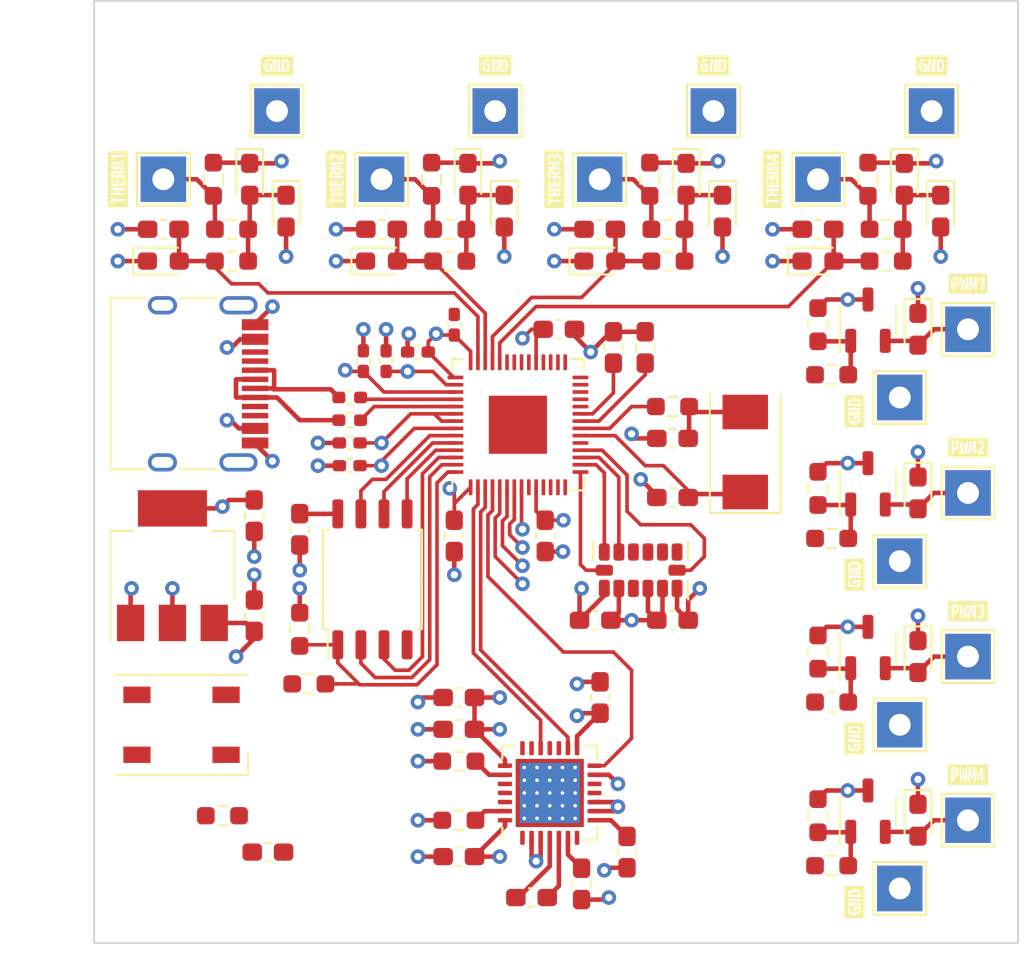
<source format=kicad_pcb>
(kicad_pcb (version 20211014) (generator pcbnew)
  (layers (0 "F.Cu" signal) (31 "B.Cu" signal) (34 "B.Paste" user) (35 "F.Paste" user) (36 "B.SilkS" user "B.Silkscreen") (37 "F.SilkS" user "F.Silkscreen") (38 "B.Mask" user) (39 "F.Mask" user) (44 "Edge.Cuts" user))
  (net 0 "")
  (net 1 "Net-(Q1-Pad1)")
  (net 2 "GND")
  (net 3 "Net-(Q2-Pad1)")
  (net 4 "Net-(Q3-Pad1)")
  (net 5 "+3V3")
  (net 9 "/Motor Driver/DIR")
  (net 10 "/Motor Driver/STEP")
  (net 11 "/Motor Driver/UART")
  (net 12 "/MOSFET Driver/INPUT")
  (net 13 "/MOSFET Driver1/INPUT")
  (net 14 "/MOSFET Driver2/INPUT")
  (net 21 "+1V1")
  (net 35 "/Thermistor3/TH_MCU")
  (net 36 "/Thermistor2/TH_MCU")
  (net 37 "/Thermistor1/TH_MCU")
  (net 38 "/Thermistor/TH_MCU")
  (net 39 "/VBUS")
  (net 42 "/USB_DM")
  (net 43 "/USB_DP")
  (net 46 "Net-(J3-Pad4)")
  (net 47 "Net-(C9-Pad1)")
  (net 48 "Net-(C9-Pad2)")
  (net 49 "Net-(C7-Pad2)")
  (net 51 "Net-(C10-Pad1)")
  (net 54 "Net-(J3-Pad1)")
  (net 55 "+24V")
  (net 56 "Net-(R2-Pad1)")
  (net 57 "Net-(J3-Pad2)")
  (net 58 "Net-(J3-Pad3)")
  (net 59 "Net-(R3-Pad1)")
  (net 60 "Net-(R5-Pad1)")
  (net 61 "Net-(D3-Pad1)")
  (net 62 "Net-(R8-Pad1)")
  (net 63 "Net-(D6-Pad1)")
  (net 64 "Net-(R11-Pad1)")
  (net 65 "Net-(D10-Pad2)")
  (net 66 "Net-(R14-Pad1)")
  (net 67 "Net-(D12-Pad1)")
  (net 68 "Net-(J1-Pad1)")
  (net 69 "Net-(D14-Pad2)")
  (net 70 "Net-(D15-Pad2)")
  (net 71 "Net-(D16-Pad2)")
  (net 72 "Net-(D17-Pad2)")
  (net 73 "Net-(Q4-Pad1)")
  (net 74 "/MOSFET Driver3/INPUT")
  (net 79 "Net-(R26-Pad1)")
  (net 80 "/QSPI_SS")
  (net 81 "/QSPI_SD3")
  (net 82 "/QSPI_SCLK")
  (net 83 "/QSPI_SD0")
  (net 84 "/QSPI_SD2")
  (net 85 "/QSPI_SD1")
  (net 87 "/ADXL/CS")
  (net 90 "/ADXL/SDO")
  (net 91 "/ADXL/SDA")
  (net 92 "/ADXL/SCL")
  (net 93 "/Oscillator/XIN")
  (net 94 "Net-(C30-Pad2)")
  (net 95 "/Oscillator/XOUT")
  (net 98 "Net-(R24-Pad2)")
  (net 99 "Net-(R25-Pad1)")
  (footprint "Diode_SMD:D_0603_1608Metric_Pad1.05x0.95mm_HandSolder" (layer "F.Cu") (at 16 26.5)
    (fp_text reference "D2" hide)
    (fp_text value "D_TVS")
  )
  (footprint "Capacitor_SMD:C_0603_1608Metric_Pad1.08x0.95mm_HandSolder" (layer "F.Cu") (at 32.25 59.25 180)
    (fp_text reference "C6" hide)
    (fp_text value "100n")
  )
  (footprint "TestPoint:TestPoint_THTPad_2.5x2.5mm_Drill1.2mm" (layer "F.Cu") (at 40 22 -90)
    (fp_text reference "TP5" hide)
    (fp_text value "TestPoint")
  )
  (footprint "Diode_SMD:D_0603_1608Metric_Pad1.05x0.95mm_HandSolder" (layer "F.Cu") (at 58.75 23.75 -90)
    (fp_text reference "D12" hide)
    (fp_text value "D_Small")
  )
  (footprint "Package_SO:SOIC-8_5.23x5.23mm_P1.27mm" (layer "F.Cu") (at 27.5 44 90)
    (fp_text reference "U5" hide)
    (fp_text value "W25Q128JVS")
  )
  (footprint "Package_TO_SOT_SMD:SOT-23-3" (layer "F.Cu") (at 54.75 38.75 90)
    (fp_text reference "Q2" hide)
    (fp_text value "LND150")
  )
  (footprint "Capacitor_SMD:C_0603_1608Metric_Pad1.08x0.95mm_HandSolder" (layer "F.Cu") (at 36.25 61.5)
    (fp_text reference "C9" hide)
    (fp_text value "2u2 6V3")
  )
  (footprint "Resistor_SMD:R_0603_1608Metric_Pad0.98x0.95mm_HandSolder" (layer "F.Cu") (at 19.75 26.5 180)
    (fp_text reference "R4" hide)
    (fp_text value "2k37")
  )
  (footprint "Capacitor_SMD:C_0603_1608Metric_Pad1.08x0.95mm_HandSolder" (layer "F.Cu") (at 40 24.75)
    (fp_text reference "C13" hide)
    (fp_text value "0u1")
  )
  (footprint "Resistor_SMD:R_0603_1608Metric_Pad0.98x0.95mm_HandSolder" (layer "F.Cu") (at 55.75 26.5 180)
    (fp_text reference "R13" hide)
    (fp_text value "2k37")
  )
  (footprint "Resistor_SMD:R_0603_1608Metric_Pad0.98x0.95mm_HandSolder" (layer "F.Cu") (at 24 49.75)
    (fp_text reference "R26" hide)
    (fp_text value "1k")
  )
  (footprint "Resistor_SMD:R_0603_1608Metric_Pad0.98x0.95mm_HandSolder" (layer "F.Cu") (at 55.75 24.75)
    (fp_text reference "R14" hide)
    (fp_text value "2k37")
  )
  (footprint "Resistor_SMD:R_0603_1608Metric_Pad0.98x0.95mm_HandSolder" (layer "F.Cu") (at 54.75 22 -90)
    (fp_text reference "R15" hide)
    (fp_text value "4k7")
  )
  (footprint "TestPoint:TestPoint_THTPad_2.5x2.5mm_Drill1.2mm" (layer "F.Cu") (at 58.25 18.25 90)
    (fp_text reference "TP8" hide)
    (fp_text value "TestPoint")
  )
  (footprint "Diode_SMD:D_0603_1608Metric_Pad1.05x0.95mm_HandSolder" (layer "F.Cu") (at 57.5 57.25 -90)
    (fp_text reference "D17" hide)
    (fp_text value "D_Small")
  )
  (footprint "TestPoint:TestPoint_THTPad_2.5x2.5mm_Drill1.2mm" (layer "F.Cu") (at 60.25 48.25 90)
    (fp_text reference "TP13" hide)
    (fp_text value "TestPoint")
  )
  (footprint "Capacitor_SMD:C_0603_1608Metric_Pad1.08x0.95mm_HandSolder" (layer "F.Cu") (at 41.5 59 -90)
    (fp_text reference "C10" hide)
    (fp_text value "2u2 6V3")
  )
  (footprint "Diode_SMD:D_0603_1608Metric_Pad1.05x0.95mm_HandSolder" (layer "F.Cu") (at 40 26.5)
    (fp_text reference "D8" hide)
    (fp_text value "D_TVS")
  )
  (footprint "Capacitor_SMD:C_0603_1608Metric_Pad1.08x0.95mm_HandSolder" (layer "F.Cu") (at 21 40.5 -90)
    (fp_text reference "C27" hide)
    (fp_text value "10u")
  )
  (footprint "Capacitor_SMD:C_0603_1608Metric_Pad1.08x0.95mm_HandSolder" (layer "F.Cu") (at 44 46.25 180)
    (fp_text reference "C3" hide)
    (fp_text value "1u")
  )
  (footprint "MountingHole:MountingHole_3.2mm_M3" (layer "F.Cu") (at 16.5 16.5)
    (fp_text reference "REF**" hide)
    (fp_text value "MountingHole_3.2mm_M3")
  )
  (footprint "Capacitor_SMD:C_0603_1608Metric_Pad1.08x0.95mm_HandSolder" (layer "F.Cu") (at 40.75 31.25 90)
    (fp_text reference "C15" hide)
    (fp_text value "100n")
  )
  (footprint "TestPoint:TestPoint_THTPad_2.5x2.5mm_Drill1.2mm" (layer "F.Cu") (at 60.25 30.25 90)
    (fp_text reference "TP9" hide)
    (fp_text value "TestPoint")
  )
  (footprint "Resistor_SMD:R_0603_1608Metric_Pad0.98x0.95mm_HandSolder" (layer "F.Cu") (at 43.75 24.75)
    (fp_text reference "R11" hide)
    (fp_text value "2k37")
  )
  (footprint "Diode_SMD:D_0603_1608Metric_Pad1.05x0.95mm_HandSolder" (layer "F.Cu") (at 46.75 23.75 -90)
    (fp_text reference "D9" hide)
    (fp_text value "D_Small")
  )
  (footprint "Capacitor_SMD:C_0402_1005Metric_Pad0.74x0.62mm_HandSolder" (layer "F.Cu") (at 30 31.5 180)
    (fp_text reference "C24" hide)
    (fp_text value "100n")
  )
  (footprint "TestPoint:TestPoint_THTPad_2.5x2.5mm_Drill1.2mm" (layer "F.Cu") (at 56.5 61 90)
    (fp_text reference "TP16" hide)
    (fp_text value "TestPoint")
  )
  (footprint "Capacitor_SMD:C_0603_1608Metric_Pad1.08x0.95mm_HandSolder" (layer "F.Cu") (at 23.5 41.25 -90)
    (fp_text reference "C28" hide)
    (fp_text value "100n")
  )
  (footprint "Resistor_SMD:R_0603_1608Metric_Pad0.98x0.95mm_HandSolder" (layer "F.Cu") (at 44 34.5 180)
    (fp_text reference "R28" hide)
    (fp_text value "1k")
  )
  (footprint "Diode_SMD:D_0603_1608Metric_Pad1.05x0.95mm_HandSolder" (layer "F.Cu") (at 57.5 39.25 -90)
    (fp_text reference "D15" hide)
    (fp_text value "D_Small")
  )
  (footprint "TestPoint:TestPoint_THTPad_2.5x2.5mm_Drill1.2mm" (layer "F.Cu") (at 34.25 18.25 90)
    (fp_text reference "TP4" hide)
    (fp_text value "TestPoint")
  )
  (footprint "Capacitor_SMD:C_0603_1608Metric_Pad1.08x0.95mm_HandSolder" (layer "F.Cu") (at 37.75 30.25)
    (fp_text reference "C21" hide)
    (fp_text value "100n")
  )
  (footprint "Diode_SMD:D_0603_1608Metric_Pad1.05x0.95mm_HandSolder" (layer "F.Cu") (at 44.75 22 -90)
    (fp_text reference "D10" hide)
    (fp_text value "D_Small")
  )
  (footprint "TestPoint:TestPoint_THTPad_2.5x2.5mm_Drill1.2mm" (layer "F.Cu") (at 56.5 43 90)
    (fp_text reference "TP12" hide)
    (fp_text value "TestPoint")
  )
  (footprint "Resistor_SMD:R_0603_1608Metric_Pad0.98x0.95mm_HandSolder" (layer "F.Cu") (at 52.75 50.75)
    (fp_text reference "R20" hide)
    (fp_text value "10")
  )
  (footprint "Diode_SMD:D_0603_1608Metric_Pad1.05x0.95mm_HandSolder" (layer "F.Cu") (at 20.75 22 -90)
    (fp_text reference "D4" hide)
    (fp_text value "D_Small")
  )
  (footprint "Resistor_SMD:R_0603_1608Metric_Pad0.98x0.95mm_HandSolder" (layer "F.Cu") (at 19.75 24.75)
    (fp_text reference "R5" hide)
    (fp_text value "2k37")
  )
  (footprint "Diode_SMD:D_0603_1608Metric_Pad1.05x0.95mm_HandSolder" (layer "F.Cu") (at 32.75 22 -90)
    (fp_text reference "D7" hide)
    (fp_text value "D_Small")
  )
  (footprint "Capacitor_SMD:C_0603_1608Metric_Pad1.08x0.95mm_HandSolder" (layer "F.Cu") (at 32.25 50.5 180)
    (fp_text reference "C4" hide)
    (fp_text value "100u")
  )
  (footprint "Resistor_SMD:R_0603_1608Metric_Pad0.98x0.95mm_HandSolder" (layer "F.Cu") (at 52.75 59.75)
    (fp_text reference "R22" hide)
    (fp_text value "10")
  )
  (footprint "TestPoint:TestPoint_THTPad_2.5x2.5mm_Drill1.2mm" (layer "F.Cu") (at 46.25 18.25 90)
    (fp_text reference "TP6" hide)
    (fp_text value "TestPoint")
  )
  (footprint "kibuzzard-64D9AF4B" (layer "F.Cu") (at 58.25 15.75)
    (fp_text reference "kibuzzard-64D9AF4B" hide)
    (fp_text value "G***" hide)
  )
  (footprint "Resistor_SMD:R_0603_1608Metric_Pad0.98x0.95mm_HandSolder" (layer "F.Cu") (at 52 39 -90)
    (fp_text reference "R19" hide)
    (fp_text value "100k")
  )
  (footprint "MountingHole:MountingHole_3.2mm_M3" (layer "F.Cu") (at 40.5 16.5)
    (fp_text reference "REF**" hide)
    (fp_text value "MountingHole_3.2mm_M3")
  )
  (footprint "Resistor_SMD:R_0603_1608Metric_Pad0.98x0.95mm_HandSolder" (layer "F.Cu") (at 52 48 -90)
    (fp_text reference "R21" hide)
    (fp_text value "100k")
  )
  (footprint "Capacitor_SMD:C_0402_1005Metric_Pad0.74x0.62mm_HandSolder" (layer "F.Cu") (at 26.25 37.75 180)
    (fp_text reference "C16" hide)
    (fp_text value "100n")
  )
  (footprint "Capacitor_SMD:C_0603_1608Metric_Pad1.08x0.95mm_HandSolder" (layer "F.Cu") (at 21.75 59)
    (fp_text reference "C1" hide)
    (fp_text value "C_Small")
  )
  (footprint "Capacitor_SMD:C_0603_1608Metric_Pad1.08x0.95mm_HandSolder" (layer "F.Cu") (at 32 41.6125 -90)
    (fp_text reference "C25" hide)
    (fp_text value "100n")
  )
  (footprint "Package_TO_SOT_SMD:SOT-223-3_TabPin2" (layer "F.Cu") (at 16.5 43.25 90)
    (fp_text reference "U4" hide)
    (fp_text value "AP1117-33")
  )
  (footprint "Resistor_SMD:R_0603_1608Metric_Pad0.98x0.95mm_HandSolder" (layer "F.Cu") (at 31.75 24.75)
    (fp_text reference "R8" hide)
    (fp_text value "2k37")
  )
  (footprint "Capacitor_SMD:C_0402_1005Metric_Pad0.74x0.62mm_HandSolder" (layer "F.Cu") (at 32 30 90)
    (fp_text reference "C18" hide)
    (fp_text value "100n")
  )
  (footprint "kibuzzard-64D9D5F2" (layer "F.Cu") (at 54 52.75 90)
    (fp_text reference "kibuzzard-64D9D5F2" hide)
    (fp_text value "G***" hide)
  )
  (footprint "kibuzzard-64D9AE25" (layer "F.Cu") (at 13.5 22 90)
    (fp_text reference "kibuzzard-64D9AE25" hide)
    (fp_text value "G***" hide)
  )
  (footprint "Capacitor_SMD:C_0603_1608Metric_Pad1.08x0.95mm_HandSolder" (layer "F.Cu") (at 32.25 52.25 180)
    (fp_text reference "C5" hide)
    (fp_text value "100n")
  )
  (footprint "TestPoint:TestPoint_THTPad_2.5x2.5mm_Drill1.2mm" (layer "F.Cu") (at 56.5 52 90)
    (fp_text reference "TP14" hide)
    (fp_text value "TestPoint")
  )
  (footprint "Connector_USB:USB_C_Receptacle_HRO_TYPE-C-31-M-12" (layer "F.Cu") (at 17 33.25 -90)
    (fp_text reference "J2" hide)
    (fp_text value "USB_C_Receptacle_USB2.0")
  )
  (footprint "TestPoint:TestPoint_THTPad_2.5x2.5mm_Drill1.2mm" (layer "F.Cu") (at 22.25 18.25 90)
    (fp_text reference "TP2" hide)
    (fp_text value "TestPoint")
  )
  (footprint "Resistor_SMD:R_0402_1005Metric_Pad0.72x0.64mm_HandSolder" (layer "F.Cu") (at 26.25 35.25)
    (fp_text reference "R24" hide)
    (fp_text value "27_4")
  )
  (footprint "LED_SMD:LED_WS2812B_PLCC4_5.0x5.0mm_P3.2mm" (layer "F.Cu") (at 17 52)
    (fp_text reference "D1" hide)
    (fp_text value "WS2812B")
  )
  (footprint "Capacitor_SMD:C_0402_1005Metric_Pad0.74x0.62mm_HandSolder" (layer "F.Cu") (at 28.25 32 90)
    (fp_text reference "C20" hide)
    (fp_text value "1u")
  )
  (footprint "Diode_SMD:D_0603_1608Metric_Pad1.05x0.95mm_HandSolder" (layer "F.Cu") (at 57.5 48.25 -90)
    (fp_text reference "D16" hide)
    (fp_text value "D_Small")
  )
  (footprint "Capacitor_SMD:C_0603_1608Metric_Pad1.08x0.95mm_HandSolder" (layer "F.Cu") (at 44 36.25)
    (fp_text reference "C30" hide)
    (fp_text value "27p")
  )
  (footprint "kibuzzard-64D9D5F2" (layer "F.Cu") (at 54 61.75 90)
    (fp_text reference "kibuzzard-64D9D5F2" hide)
    (fp_text value "G***" hide)
  )
  (footprint "Resistor_SMD:R_0603_1608Metric_Pad0.98x0.95mm_HandSolder" (layer "F.Cu") (at 52.75 32.75)
    (fp_text reference "R16" hide)
    (fp_text value "10")
  )
  (footprint "Resistor_SMD:R_0603_1608Metric_Pad0.98x0.95mm_HandSolder" (layer "F.Cu") (at 23.5 46.75 -90)
    (fp_text reference "R27" hide)
    (fp_text value "10k")
  )
  (footprint "Package_DFN_QFN:QFN-28-1EP_5x5mm_P0.5mm_EP3.75x3.75mm_ThermalVias" (layer "F.Cu") (at 37.25 55.75 90)
    (fp_text reference "U3" hide)
    (fp_text value "TMC2209")
  )
  (footprint "TestPoint:TestPoint_THTPad_2.5x2.5mm_Drill1.2mm" (layer "F.Cu") (at 56.5 34 90)
    (fp_text reference "TP10" hide)
    (fp_text value "TestPoint")
  )
  (footprint "kibuzzard-64D9D5DA" (layer "F.Cu") (at 60.25 54.75)
    (fp_text reference "kibuzzard-64D9D5DA" hide)
    (fp_text value "G***" hide)
  )
  (footprint "kibuzzard-64D9D5F2" (layer "F.Cu") (at 54 43.75 90)
    (fp_text reference "kibuzzard-64D9D5F2" hide)
    (fp_text value "G***" hide)
  )
  (footprint "TestPoint:TestPoint_THTPad_2.5x2.5mm_Drill1.2mm" (layer "F.Cu") (at 28 22 -90)
    (fp_text reference "TP3" hide)
    (fp_text value "TestPoint")
  )
  (footprint "Diode_SMD:D_0603_1608Metric_Pad1.05x0.95mm_HandSolder" (layer "F.Cu") (at 34.75 23.75 -90)
    (fp_text reference "D6" hide)
    (fp_text value "D_Small")
  )
  (footprint "TestPoint:TestPoint_THTPad_2.5x2.5mm_Drill1.2mm" (layer "F.Cu") (at 16 22 -90)
    (fp_text reference "TP1" hide)
    (fp_text value "TestPoint")
  )
  (footprint "Resistor_SMD:R_0603_1608Metric_Pad0.98x0.95mm_HandSolder" (layer "F.Cu") (at 52 57 -90)
    (fp_text reference "R23" hide)
    (fp_text value "100k")
  )
  (footprint "Diode_SMD:D_0603_1608Metric_Pad1.05x0.95mm_HandSolder" (layer "F.Cu") (at 57.5 30.25 -90)
    (fp_text reference "D14" hide)
    (fp_text value "D_Small")
  )
  (footprint "kibuzzard-64D9D5C0" (layer "F.Cu") (at 60.25 36.75)
    (fp_text reference "kibuzzard-64D9D5C0" hide)
    (fp_text value "G***" hide)
  )
  (footprint "kibuzzard-64D9AF4B" (layer "F.Cu") (at 46.25 15.75)
    (fp_text reference "kibuzzard-64D9AF4B" hide)
    (fp_text value "G***" hide)
  )
  (footprint "Capacitor_SMD:C_0603_1608Metric_Pad1.08x0.95mm_HandSolder" (layer "F.Cu") (at 39 60.75 90)
    (fp_text reference "C7" hide)
    (fp_text value "100n 16V")
  )
  (footprint "Package_TO_SOT_SMD:SOT-23-3" (layer "F.Cu") (at 54.75 29.75 90)
    (fp_text reference "Q1" hide)
    (fp_text value "LND150")
  )
  (footprint "Resistor_SMD:R_0603_1608Metric_Pad0.98x0.95mm_HandSolder" (layer "F.Cu") (at 18.75 22 -90)
    (fp_text reference "R6" hide)
    (fp_text value "4k7")
  )
  (footprint "Capacitor_SMD:C_0603_1608Metric_Pad1.08x0.95mm_HandSolder" (layer "F.Cu") (at 37 41.6125 -90)
    (fp_text reference "C23" hide)
    (fp_text value "100n")
  )
  (footprint "TestPoint:TestPoint_THTPad_2.5x2.5mm_Drill1.2mm" (layer "F.Cu") (at 60.25 39.25 90)
    (fp_text reference "TP11" hide)
    (fp_text value "TestPoint")
  )
  (footprint "Resistor_SMD:R_0603_1608Metric_Pad0.98x0.95mm_HandSolder" (layer "F.Cu") (at 32.25 57.25 180)
    (fp_text reference "R3" hide)
    (fp_text value "R_Small")
  )
  (footprint "Capacitor_SMD:C_0603_1608Metric_Pad1.08x0.95mm_HandSolder" (layer "F.Cu") (at 21 46 90)
    (fp_text reference "C26" hide)
    (fp_text value "10u")
  )
  (footprint "Capacitor_SMD:C_0603_1608Metric_Pad1.08x0.95mm_HandSolder" (layer "F.Cu") (at 28 24.75)
    (fp_text reference "C12" hide)
    (fp_text value "0u1")
  )
  (footprint "Capacitor_SMD:C_0603_1608Metric_Pad1.08x0.95mm_HandSolder" (layer "F.Cu") (at 52 24.75)
    (fp_text reference "C14" hide)
    (fp_text value "0u1")
  )
  (footprint "Resistor_SMD:R_0603_1608Metric_Pad0.98x0.95mm_HandSolder" (layer "F.Cu") (at 32.25 54 180)
    (fp_text reference "R2" hide)
    (fp_text value "R_Small")
  )
  (footprint "Diode_SMD:D_0603_1608Metric_Pad1.05x0.95mm_HandSolder" (layer "F.Cu") (at 52 26.5)
    (fp_text reference "D11" hide)
    (fp_text value "D_TVS")
  )
  (footprint "kibuzzard-64D9AE55" (layer "F.Cu") (at 25.5 22 90)
    (fp_text reference "kibuzzard-64D9AE55" hide)
    (fp_text value "G***" hide)
  )
  (footprint "kibuzzard-64D9AE78" (layer "F.Cu") (at 49.5 22 90)
    (fp_text reference "kibuzzard-64D9AE78" hide)
    (fp_text value "G***" hide)
  )
  (footprint "Crystal:Crystal_SMD_0603-2Pin_6.0x3.5mm" (layer "F.Cu") (at 48 37 90)
    (fp_text reference "Y1" hide)
    (fp_text value "Crystal")
  )
  (footprint "Capacitor_SMD:C_0603_1608Metric_Pad1.08x0.95mm_HandSolder" (layer "F.Cu") (at 42.5 31.25 90)
    (fp_text reference "C19" hide)
    (fp_text value "100n")
  )
  (footprint "Resistor_SMD:R_0603_1608Metric_Pad0.98x0.95mm_HandSolder" (layer "F.Cu") (at 42.75 22 -90)
    (fp_text reference "R12" hide)
    (fp_text value "4k7")
  )
  (footprint "Resistor_SMD:R_0603_1608Metric_Pad0.98x0.95mm_HandSolder" (layer "F.Cu") (at 30.75 22 -90)
    (fp_text reference "R9" hide)
    (fp_text value "4k7")
  )
  (footprint "TestPoint:TestPoint_THTPad_2.5x2.5mm_Drill1.2mm" (layer "F.Cu") (at 52 22 -90)
    (fp_text reference "TP7" hide)
    (fp_text value "TestPoint")
  )
  (footprint "MountingHole:MountingHole_3.2mm_M3" (layer "F.Cu") (at 28.5 16.5)
    (fp_text reference "REF**" hide)
    (fp_text value "MountingHole_3.2mm_M3")
  )
  (footprint "Package_TO_SOT_SMD:SOT-23-3" (layer "F.Cu") (at 54.75 56.75 90)
    (fp_text reference "Q4" hide)
    (fp_text value "LND150")
  )
  (footprint "kibuzzard-64D9AF4B" (layer "F.Cu") (at 22.25 15.75)
    (fp_text reference "kibuzzard-64D9AF4B" hide)
    (fp_text value "G***" hide)
  )
  (footprint "Resistor_SMD:R_0603_1608Metric_Pad0.98x0.95mm_HandSolder" (layer "F.Cu") (at 31.75 26.5 180)
    (fp_text reference "R7" hide)
    (fp_text value "2k37")
  )
  (footprint "Package_TO_SOT_SMD:SOT-23-3" (layer "F.Cu") (at 54.75 47.75 90)
    (fp_text reference "Q3" hide)
    (fp_text value "LND150")
  )
  (footprint "MountingHole:MountingHole_3.2mm_M3" (layer "F.Cu") (at 52.5 16.5)
    (fp_text reference "REF**" hide)
    (fp_text value "MountingHole_3.2mm_M3")
  )
  (footprint "kibuzzard-64D9AE6A" (layer "F.Cu") (at 37.5 22 90)
    (fp_text reference "kibuzzard-64D9AE6A" hide)
    (fp_text value "G***" hide)
  )
  (footprint "Package_DFN_QFN:QFN-56-1EP_7x7mm_P0.4mm_EP3.2x3.2mm" (layer "F.Cu") (at 35.5 35.5 90)
    (fp_text reference "U2" hide)
    (fp_text value "RP2040")
  )
  (footprint "Diode_SMD:D_0603_1608Metric_Pad1.05x0.95mm_HandSolder" (layer "F.Cu") (at 56.75 22 -90)
    (fp_text reference "D13" hide)
    (fp_text value "D_Small")
  )
  (footprint "TestPoint:TestPoint_THTPad_2.5x2.5mm_Drill1.2mm" (layer "F.Cu") (at 60.25 57.25 90)
    (fp_text reference "TP15" hide)
    (fp_text value "TestPoint")
  )
  (footprint "Capacitor_SMD:C_0603_1608Metric_Pad1.08x0.95mm_HandSolder" (layer "F.Cu") (at 39.75 46.25)
    (fp_text reference "C2" hide)
    (fp_text value "0u1")
  )
  (footprint "Capacitor_SMD:C_0603_1608Metric_Pad1.08x0.95mm_HandSolder" (layer "F.Cu") (at 16 24.75)
    (fp_text reference "C11" hide)
    (fp_text value "0u1")
  )
  (footprint "Capacitor_SMD:C_0603_1608Metric_Pad1.08x0.95mm_HandSolder" (layer "F.Cu") (at 44 39.5)
    (fp_text reference "C29" hide)
    (fp_text value "27p")
  )
  (footprint "kibuzzard-64D9D5F2" (layer "F.Cu") (at 54 34.75 90)
    (fp_text reference "kibuzzard-64D9D5F2" hide)
    (fp_text value "G***" hide)
  )
  (footprint "Resistor_SMD:R_0402_1005Metric_Pad0.72x0.64mm_HandSolder" (layer "F.Cu") (at 26.25 34 180)
    (fp_text reference "R25" hide)
    (fp_text value "27_4")
  )
  (footprint "Capacitor_SMD:C_0402_1005Metric_Pad0.74x0.62mm_HandSolder" (layer "F.Cu") (at 26.25 36.5 180)
    (fp_text reference "C22" hide)
    (fp_text value "100n")
  )
  (footprint "Capacitor_SMD:C_0603_1608Metric_Pad1.08x0.95mm_HandSolder" (layer "F.Cu") (at 40.02 50.5 90)
    (fp_text reference "C8" hide)
    (fp_text value "100n")
  )
  (footprint "kibuzzard-64D9D5CE" (layer "F.Cu") (at 60.25 45.75)
    (fp_text reference "kibuzzard-64D9D5CE" hide)
    (fp_text value "G***" hide)
  )
  (footprint "Diode_SMD:D_0603_1608Metric_Pad1.05x0.95mm_HandSolder" (layer "F.Cu") (at 28 26.5)
    (fp_text reference "D5" hide)
    (fp_text value "D_TVS")
  )
  (footprint "Resistor_SMD:R_0603_1608Metric_Pad0.98x0.95mm_HandSolder" (layer "F.Cu") (at 19.25 57)
    (fp_text reference "R1" hide)
    (fp_text value "R_Small")
  )
  (footprint "Resistor_SMD:R_0603_1608Metric_Pad0.98x0.95mm_HandSolder" (layer "F.Cu") (at 43.75 26.5 180)
    (fp_text reference "R10" hide)
    (fp_text value "2k37")
  )
  (footprint "Resistor_SMD:R_0603_1608Metric_Pad0.98x0.95mm_HandSolder" (layer "F.Cu") (at 52.75 41.75)
    (fp_text reference "R18" hide)
    (fp_text value "10")
  )
  (footprint "kibuzzard-64D9AF4B" (layer "F.Cu") (at 34.25 15.75)
    (fp_text reference "kibuzzard-64D9AF4B" hide)
    (fp_text value "G***" hide)
  )
  (footprint "kibuzzard-64D9D5AA" (layer "F.Cu") (at 60.25 27.75)
    (fp_text reference "kibuzzard-64D9D5AA" hide)
    (fp_text value "G***" hide)
  )
  (footprint "Package_LGA:LGA-14_3x5mm_P0.8mm_LayoutBorder1x6y" (layer "F.Cu") (at 42.25 43.5 90)
    (fp_text reference "U1" hide)
    (fp_text value "ADXL345")
  )
  (footprint "Diode_SMD:D_0603_1608Metric_Pad1.05x0.95mm_HandSolder" (layer "F.Cu") (at 22.75 23.75 -90)
    (fp_text reference "D3" hide)
    (fp_text value "D_Small")
  )
  (footprint "Capacitor_SMD:C_0402_1005Metric_Pad0.74x0.62mm_HandSolder" (layer "F.Cu") (at 27 32 90)
    (fp_text reference "C17" hide)
    (fp_text value "1u")
  )
  (footprint "Resistor_SMD:R_0603_1608Metric_Pad0.98x0.95mm_HandSolder" (layer "F.Cu") (at 52 30 -90)
    (fp_text reference "R17" hide)
    (fp_text value "100k")
  )
  (gr_line (start 63 12.192) (end 12.192 12.192) (layer "Edge.Cuts") (width 0.1))
  (gr_line (start 12.192 64) (end 63 64) (layer "Edge.Cuts") (width 0.1))
  (gr_line (start 63 64) (end 63 12.192) (layer "Edge.Cuts") (width 0.1))
  (gr_line (start 12.192 12.192) (end 12.192 64) (layer "Edge.Cuts") (width 0.1))
  (segment (start 53.775 30.9125) (end 53.8 30.8875) (width 0.25) (layer "F.Cu") (net 1))
  (segment (start 53.8 32.6125) (end 53.6625 32.75) (width 0.25) (layer "F.Cu") (net 1))
  (segment (start 52 30.9125) (end 53.775 30.9125) (width 0.25) (layer "F.Cu") (net 1))
  (segment (start 53.8 30.8875) (end 53.8 32.6125) (width 0.25) (layer "F.Cu") (net 1))
  (segment (start 41.5 59.8625) (end 40.3875 59.8625) (width 0.25) (layer "F.Cu") (net 2))
  (segment (start 43.45 45.9375) (end 43.1375 46.25) (width 0.25) (layer "F.Cu") (net 2))
  (segment (start 32 42.475) (end 32 43.75) (width 0.25) (layer "F.Cu") (net 2))
  (segment (start 40.75 56.25) (end 41 56.5) (width 0.25) (layer "F.Cu") (net 2))
  (segment (start 54.75 46.6125) (end 53.6375 46.6125) (width 0.25) (layer "F.Cu") (net 2))
  (segment (start 54.75 37.6125) (end 53.6375 37.6125) (width 0.25) (layer "F.Cu") (net 2))
  (segment (start 54.75 55.6125) (end 53.6375 55.6125) (width 0.25) (layer "F.Cu") (net 2))
  (segment (start 54.75 28.6125) (end 53.6375 28.6125) (width 0.25) (layer "F.Cu") (net 2))
  (segment (start 42 36.25) (end 41.75 36) (width 0.25) (layer "F.Cu") (net 2))
  (segment (start 23.5 43.5) (end 23.5 42.1125) (width 0.25) (layer "F.Cu") (net 2))
  (segment (start 40.3875 59.8625) (end 40.25 60) (width 0.25) (layer "F.Cu") (net 2))
  (segment (start 36.25 59.25) (end 36.5 59.5) (width 0.25) (layer "F.Cu") (net 2))
  (segment (start 40.02 49.6375) (end 38.8625 49.6375) (width 0.25) (layer "F.Cu") (net 2))
  (segment (start 36.75 59.25) (end 36.5 59.5) (width 0.25) (layer "F.Cu") (net 2))
  (segment (start 29.4325 30.5675) (end 29.5 30.5) (width 0.25) (layer "F.Cu") (net 2))
  (segment (start 21.045 29.955) (end 22 29) (width 0.25) (layer "F.Cu") (net 2))
  (segment (start 42.65 44.5) (end 42.65 45.7625) (width 0.25) (layer "F.Cu") (net 2))
  (segment (start 39.7125 56.75) (end 40.75 56.75) (width 0.25) (layer "F.Cu") (net 2))
  (segment (start 21 45.1375) (end 21 43.75) (width 0.25) (layer "F.Cu") (net 2))
  (segment (start 13.5 26.5) (end 15.125 26.5) (width 0.25) (layer "F.Cu") (net 2))
  (segment (start 41.75 46.25) (end 43.1375 46.25) (width 0.25) (layer "F.Cu") (net 2))
  (segment (start 25.6825 36.5) (end 24.5 36.5) (width 0.25) (layer "F.Cu") (net 2))
  (segment (start 13.5 24.75) (end 15.1375 24.75) (width 0.25) (layer "F.Cu") (net 2))
  (segment (start 30.25 50.5) (end 30 50.75) (width 0.25) (layer "F.Cu") (net 2))
  (segment (start 36.75 58.2125) (end 36.75 59.25) (width 0.25) (layer "F.Cu") (net 2))
  (segment (start 43.1375 39.3875) (end 42.25 38.5) (width 0.25) (layer "F.Cu") (net 2))
  (segment (start 51.125 26.5) (end 49.5 26.5) (width 0.25) (layer "F.Cu") (net 2))
  (segment (start 14.2 46.4) (end 14.2 44.55) (width 0.25) (layer "F.Cu") (net 2))
  (segment (start 28.25 31.4325) (end 28.25 30.25) (width 0.25) (layer "F.Cu") (net 2))
  (segment (start 51.1375 24.75) (end 49.5 24.75) (width 0.25) (layer "F.Cu") (net 2))
  (segment (start 41.05 44.5) (end 41.05 45.8125) (width 0.25) (layer "F.Cu") (net 2))
  (segment (start 39.1375 24.75) (end 37.5 24.75) (width 0.25) (layer "F.Cu") (net 2))
  (segment (start 31.3875 59.25) (end 30 59.25) (width 0.25) (layer "F.Cu") (net 2))
  (segment (start 43.1375 36.25) (end 42 36.25) (width 0.25) (layer "F.Cu") (net 2))
  (segment (start 39.125 26.5) (end 37.5 26.5) (width 0.25) (layer "F.Cu") (net 2))
  (segment (start 21.045 36.545) (end 22 37.5) (width 0.25) (layer "F.Cu") (net 2))
  (segment (start 42.65 45.7625) (end 43.1375 46.25) (width 0.25) (layer "F.Cu") (net 2))
  (segment (start 27.125 26.5) (end 25.5 26.5) (width 0.25) (layer "F.Cu") (net 2))
  (segment (start 40.5 54.75) (end 41 55.25) (width 0.25) (layer "F.Cu") (net 2))
  (segment (start 21.045 36.5) (end 21.045 36.545) (width 0.25) (layer "F.Cu") (net 2))
  (segment (start 38.6125 30.25) (end 38.6125 30.6125) (width 0.25) (layer "F.Cu") (net 2))
  (segment (start 25.6825 37.75) (end 24.5 37.75) (width 0.25) (layer "F.Cu") (net 2))
  (segment (start 27.1375 24.75) (end 25.5 24.75) (width 0.25) (layer "F.Cu") (net 2))
  (segment (start 40.75 56.75) (end 41 56.5) (width 0.25) (layer "F.Cu") (net 2))
  (segment (start 31.3375 57.25) (end 30 57.25) (width 0.25) (layer "F.Cu") (net 2))
  (segment (start 38.8625 49.6375) (end 38.75 49.75) (width 0.25) (layer "F.Cu") (net 2))
  (segment (start 41.05 45.8125) (end 40.6125 46.25) (width 0.25) (layer "F.Cu") (net 2))
  (segment (start 31.3875 50.5) (end 30.25 50.5) (width 0.25) (layer "F.Cu") (net 2))
  (segment (start 42.5 30.3875) (end 40.75 30.3875) (width 0.25) (layer "F.Cu") (net 2))
  (segment (start 52.475 46.6125) (end 52 47.0875) (width 0.25) (layer "F.Cu") (net 2))
  (segment (start 52.475 55.6125) (end 52 56.0875) (width 0.25) (layer "F.Cu") (net 2))
  (segment (start 52.475 37.6125) (end 52 38.0875) (width 0.25) (layer "F.Cu") (net 2))
  (segment (start 52.475 28.6125) (end 52 29.0875) (width 0.25) (layer "F.Cu") (net 2))
  (segment (start 21.045 30) (end 21.045 29.955) (width 0.25) (layer "F.Cu") (net 2))
  (segment (start 31.3875 52.25) (end 30 52.25) (width 0.25) (layer "F.Cu") (net 2))
  (segment (start 31.3375 54) (end 30 54) (width 0.25) (layer "F.Cu") (net 2))
  (segment (start 34.75 24.625) (end 34.75 26.25) (width 0.25) (layer "F.Cu") (net 2))
  (segment (start 46.75 24.625) (end 46.75 26.25) (width 0.25) (layer "F.Cu") (net 2))
  (segment (start 58.75 24.625) (end 58.75 26.25) (width 0.25) (layer "F.Cu") (net 2))
  (segment (start 22.75 24.625) (end 22.75 26.25) (width 0.25) (layer "F.Cu") (net 2))
  (segment (start 53.6375 37.6125) (end 52.475 37.6125) (width 0.25) (layer "F.Cu") (net 2))
  (segment (start 53.6375 46.6125) (end 52.475 46.6125) (width 0.25) (layer "F.Cu") (net 2))
  (segment (start 53.6375 55.6125) (end 52.475 55.6125) (width 0.25) (layer "F.Cu") (net 2))
  (segment (start 53.6375 28.6125) (end 52.475 28.6125) (width 0.25) (layer "F.Cu") (net 2))
  (segment (start 36.25 58.2125) (end 36.25 59.25) (width 0.25) (layer "F.Cu") (net 2))
  (segment (start 40.6125 46.25) (end 41.75 46.25) (width 0.25) (layer "F.Cu") (net 2))
  (segment (start 21 41.3625) (end 21 42.75) (width 0.25) (layer "F.Cu") (net 2))
  (segment (start 39.7125 56.25) (end 40.75 56.25) (width 0.25) (layer "F.Cu") (net 2))
  (segment (start 43.45 44.5) (end 43.45 45.9375) (width 0.25) (layer "F.Cu") (net 2))
  (segment (start 27 31.4325) (end 27 30.25) (width 0.25) (layer "F.Cu") (net 2))
  (segment (start 40.75 30.3875) (end 40.6125 30.3875) (width 0.25) (layer "F.Cu") (net 2))
  (segment (start 39.7125 54.75) (end 40.5 54.75) (width 0.25) (layer "F.Cu") (net 2))
  (segment (start 38.6125 30.6125) (end 39.5 31.5) (width 0.25) (layer "F.Cu") (net 2))
  (segment (start 43.1375 39.5) (end 43.1375 39.3875) (width 0.25) (layer "F.Cu") (net 2))
  (segment (start 14.2 44.55) (end 14.25 44.5) (width 0.25) (layer "F.Cu") (net 2))
  (segment (start 40.6125 30.3875) (end 39.5 31.5) (width 0.25) (layer "F.Cu") (net 2))
  (segment (start 29.4325 31.5) (end 29.4325 30.5675) (width 0.25) (layer "F.Cu") (net 2))
  (segment (start 37 42.475) (end 37.975 42.475) (width 0.25) (layer "F.Cu") (net 2))
  (via (at 49.5 26.5) (size 0.8) (drill 0.4) (layers "F.Cu" "B.Cu") (net 2))
  (via (at 36.5 59.5) (size 0.8) (drill 0.4) (layers "F.Cu" "B.Cu") (net 2))
  (via (at 37.5 26.5) (size 0.8) (drill 0.4) (layers "F.Cu" "B.Cu") (net 2))
  (via (at 38.75 49.75) (size 0.8) (drill 0.4) (layers "F.Cu" "B.Cu") (net 2))
  (via (at 25.5 24.75) (size 0.8) (drill 0.4) (layers "F.Cu" "B.Cu") (net 2))
  (via (at 13.5 26.5) (size 0.8) (drill 0.4) (layers "F.Cu" "B.Cu") (net 2))
  (via (at 30 57.25) (size 0.8) (drill 0.4) (layers "F.Cu" "B.Cu") (net 2))
  (via (at 24.5 36.5) (size 0.8) (drill 0.4) (layers "F.Cu" "B.Cu") (net 2))
  (via (at 22 37.5) (size 0.8) (drill 0.4) (layers "F.Cu" "B.Cu") (net 2))
  (via (at 23.5 43.5) (size 0.8) (drill 0.4) (layers "F.Cu" "B.Cu") (net 2))
  (via (at 27 30.25) (size 0.8) (drill 0.4) (layers "F.Cu" "B.Cu") (net 2))
  (via (at 13.5 24.75) (size 0.8) (drill 0.4) (layers "F.Cu" "B.Cu") (net 2))
  (via (at 41.75 46.25) (size 0.8) (drill 0.4) (layers "F.Cu" "B.Cu") (net 2))
  (via (at 41 56.5) (size 0.8) (drill 0.4) (layers "F.Cu" "B.Cu") (net 2))
  (via (at 41 55.25) (size 0.8) (drill 0.4) (layers "F.Cu" "B.Cu") (net 2))
  (via (at 37.975 42.475) (size 0.8) (drill 0.4) (layers "F.Cu" "B.Cu") (net 2))
  (via (at 37.5 24.75) (size 0.8) (drill 0.4) (layers "F.Cu" "B.Cu") (net 2))
  (via (at 29.5 30.5) (size 0.8) (drill 0.4) (layers "F.Cu" "B.Cu") (net 2))
  (via (at 30 50.75) (size 0.8) (drill 0.4) (layers "F.Cu" "B.Cu") (net 2))
  (via (at 30 59.25) (size 0.8) (drill 0.4) (layers "F.Cu" "B.Cu") (net 2))
  (via (at 40.25 60) (size 0.8) (drill 0.4) (layers "F.Cu" "B.Cu") (net 2))
  (via (at 32 43.75) (size 0.8) (drill 0.4) (layers "F.Cu" "B.Cu") (net 2))
  (via (at 53.6375 37.6125) (size 0.8) (drill 0.4) (layers "F.Cu" "B.Cu") (net 2))
  (via (at 53.6375 46.6125) (size 0.8) (drill 0.4) (layers "F.Cu" "B.Cu") (net 2))
  (via (at 53.6375 55.6125) (size 0.8) (drill 0.4) (layers "F.Cu" "B.Cu") (net 2))
  (via (at 53.6375 28.6125) (size 0.8) (drill 0.4) (layers "F.Cu" "B.Cu") (net 2))
  (via (at 30 52.25) (size 0.8) (drill 0.4) (layers "F.Cu" "B.Cu") (net 2))
  (via (at 21 43.75) (size 0.8) (drill 0.4) (layers "F.Cu" "B.Cu") (net 2))
  (via (at 39.5 31.5) (size 0.8) (drill 0.4) (layers "F.Cu" "B.Cu") (net 2))
  (via (at 25.5 26.5) (size 0.8) (drill 0.4) (layers "F.Cu" "B.Cu") (net 2))
  (via (at 14.25 44.5) (size 0.8) (drill 0.4) (layers "F.Cu" "B.Cu") (net 2))
  (via (at 41.75 36) (size 0.8) (drill 0.4) (layers "F.Cu" "B.Cu") (net 2))
  (via (at 28.25 30.25) (size 0.8) (drill 0.4) (layers "F.Cu" "B.Cu") (net 2))
  (via (at 22.75 26.25) (size 0.8) (drill 0.4) (layers "F.Cu" "B.Cu") (net 2))
  (via (at 46.75 26.25) (size 0.8) (drill 0.4) (layers "F.Cu" "B.Cu") (net 2))
  (via (at 34.75 26.25) (size 0.8) (drill 0.4) (layers "F.Cu" "B.Cu") (net 2))
  (via (at 58.75 26.25) (size 0.8) (drill 0.4) (layers "F.Cu" "B.Cu") (net 2))
  (via (at 21 42.75) (size 0.8) (drill 0.4) (layers "F.Cu" "B.Cu") (net 2))
  (via (at 24.5 37.75) (size 0.8) (drill 0.4) (layers "F.Cu" "B.Cu") (net 2))
  (via (at 49.5 24.75) (size 0.8) (drill 0.4) (layers "F.Cu" "B.Cu") (net 2))
  (via (at 42.25 38.5) (size 0.8) (drill 0.4) (layers "F.Cu" "B.Cu") (net 2))
  (via (at 22 29) (size 0.8) (drill 0.4) (layers "F.Cu" "B.Cu") (net 2))
  (via (at 30 54) (size 0.8) (drill 0.4) (layers "F.Cu" "B.Cu") (net 2))
  (segment (start 53.775 39.9125) (end 53.8 39.8875) (width 0.25) (layer "F.Cu") (net 3))
  (segment (start 53.8 41.6125) (end 53.6625 41.75) (width 0.25) (layer "F.Cu") (net 3))
  (segment (start 52 39.9125) (end 53.775 39.9125) (width 0.25) (layer "F.Cu") (net 3))
  (segment (start 53.8 39.8875) (end 53.8 41.6125) (width 0.25) (layer "F.Cu") (net 3))
  (segment (start 53.775 48.9125) (end 53.8 48.8875) (width 0.25) (layer "F.Cu") (net 4))
  (segment (start 53.8 50.6125) (end 53.6625 50.75) (width 0.25) (layer "F.Cu") (net 4))
  (segment (start 52 48.9125) (end 53.775 48.9125) (width 0.25) (layer "F.Cu") (net 4))
  (segment (start 53.8 48.8875) (end 53.8 50.6125) (width 0.25) (layer "F.Cu") (net 4))
  (segment (start 32.0625 35.3) (end 31.3 35.3) (width 0.2) (layer "F.Cu") (net 5))
  (segment (start 44.8625 45.1375) (end 45.5 44.5) (width 0.25) (layer "F.Cu") (net 5))
  (segment (start 30.8175 32.5675) (end 29.4325 32.5675) (width 0.2) (layer "F.Cu") (net 5))
  (segment (start 19.6125 39.6375) (end 19.25 40) (width 0.25) (layer "F.Cu") (net 5))
  (segment (start 31.3 35.3) (end 30.9 34.9) (width 0.2) (layer "F.Cu") (net 5))
  (segment (start 36.5 30.6375) (end 36.8875 30.25) (width 0.2) (layer "F.Cu") (net 5))
  (segment (start 42.5 32.75) (end 42.5 32.1125) (width 0.2) (layer "F.Cu") (net 5))
  (segment (start 36.5 38.9375) (end 36.5 40.25) (width 0.2) (layer "F.Cu") (net 5))
  (segment (start 28 36.5) (end 26.8175 36.5) (width 0.2) (layer "F.Cu") (net 5))
  (segment (start 32 39.8375) (end 32.9 38.9375) (width 0.2) (layer "F.Cu") (net 5))
  (segment (start 37 40.75) (end 38 40.75) (width 0.2) (layer "F.Cu") (net 5))
  (segment (start 23.5 44.5) (end 23.5 45.8375) (width 0.25) (layer "F.Cu") (net 5))
  (segment (start 36.8875 30.25) (end 36.25 30.25) (width 0.2) (layer "F.Cu") (net 5))
  (segment (start 30.5675 30.9325) (end 31 30.5) (width 0.2) (layer "F.Cu") (net 5))
  (segment (start 32.0625 34.9) (end 30.9 34.9) (width 0.2) (layer "F.Cu") (net 5))
  (segment (start 30.9 34.9) (end 29.6 34.9) (width 0.2) (layer "F.Cu") (net 5))
  (segment (start 29.6 34.9) (end 28 36.5) (width 0.2) (layer "F.Cu") (net 5))
  (segment (start 32 40.75) (end 32 39.25) (width 0.2) (layer "F.Cu") (net 5))
  (segment (start 38.8875 44.6125) (end 39 44.5) (width 0.25) (layer "F.Cu") (net 5))
  (segment (start 31.9675 32.9) (end 30.5675 31.5) (width 0.2) (layer "F.Cu") (net 5))
  (segment (start 40.02 51.3625) (end 38.8875 51.3625) (width 0.25) (layer "F.Cu") (net 5))
  (segment (start 38.9375 35.3) (end 39.95 35.3) (width 0.2) (layer "F.Cu") (net 5))
  (segment (start 30.5675 31.5) (end 30.5675 30.9325) (width 0.2) (layer "F.Cu") (net 5))
  (segment (start 44.8625 46.25) (end 44.8625 45.1375) (width 0.25) (layer "F.Cu") (net 5))
  (segment (start 31.55 33.3) (end 30.8175 32.5675) (width 0.2) (layer "F.Cu") (net 5))
  (segment (start 38.75 53.2875) (end 38.75 52.6325) (width 0.25) (layer "F.Cu") (net 5))
  (segment (start 36.25 30.25) (end 35.75 30.75) (width 0.2) (layer "F.Cu") (net 5))
  (segment (start 32 39.25) (end 31.75 39) (width 0.2) (layer "F.Cu") (net 5))
  (segment (start 34.375 21.125) (end 34.5 21) (width 0.25) (layer "F.Cu") (net 5))
  (segment (start 46.375 21.125) (end 46.5 21) (width 0.25) (layer "F.Cu") (net 5))
  (segment (start 58.375 21.125) (end 58.5 21) (width 0.25) (layer "F.Cu") (net 5))
  (segment (start 22.375 21.125) (end 22.5 21) (width 0.25) (layer "F.Cu") (net 5))
  (segment (start 25.595 40.4) (end 23.5125 40.4) (width 0.25) (layer "F.Cu") (net 5))
  (segment (start 32.9 31.4675) (end 32 30.5675) (width 0.2) (layer "F.Cu") (net 5))
  (segment (start 31.0675 30.5675) (end 31 30.5) (width 0.2) (layer "F.Cu") (net 5))
  (segment (start 29.4325 32.5675) (end 28.25 32.5675) (width 0.2) (layer "F.Cu") (net 5))
  (segment (start 16.5 40.1) (end 19.15 40.1) (width 0.25) (layer "F.Cu") (net 5))
  (segment (start 39.95 35.3) (end 42.5 32.75) (width 0.2) (layer "F.Cu") (net 5))
  (segment (start 32.0625 33.3) (end 31.55 33.3) (width 0.2) (layer "F.Cu") (net 5))
  (segment (start 36.5 32.0625) (end 36.5 30.6375) (width 0.2) (layer "F.Cu") (net 5))
  (segment (start 32 30.5675) (end 31.0675 30.5675) (width 0.2) (layer "F.Cu") (net 5))
  (segment (start 21 39.6375) (end 19.6125 39.6375) (width 0.25) (layer "F.Cu") (net 5))
  (segment (start 32 40.75) (end 32 39.8375) (width 0.2) (layer "F.Cu") (net 5))
  (segment (start 42.75 21.0875) (end 44.7125 21.0875) (width 0.25) (layer "F.Cu") (net 5))
  (segment (start 30.75 21.0875) (end 32.7125 21.0875) (width 0.25) (layer "F.Cu") (net 5))
  (segment (start 54.75 21.0875) (end 56.7125 21.0875) (width 0.25) (layer "F.Cu") (net 5))
  (segment (start 18.75 21.0875) (end 20.7125 21.0875) (width 0.25) (layer "F.Cu") (net 5))
  (segment (start 40.25 44.5) (end 40.25 44.8875) (width 0.25) (layer "F.Cu") (net 5))
  (segment (start 44.25 44.5) (end 44.25 45.6375) (width 0.25) (layer "F.Cu") (net 5))
  (segment (start 23.5125 40.4) (end 23.5 40.3875) (width 0.25) (layer "F.Cu") (net 5))
  (segment (start 38.75 52.6325) (end 40.02 51.3625) (width 0.25) (layer "F.Cu") (net 5))
  (segment (start 38.8875 46.25) (end 38.8875 44.6125) (width 0.25) (layer "F.Cu") (net 5))
  (segment (start 19.15 40.1) (end 19.25 40) (width 0.25) (layer "F.Cu") (net 5))
  (segment (start 32.0625 32.9) (end 31.9675 32.9) (width 0.2) (layer "F.Cu") (net 5))
  (segment (start 38.8875 51.3625) (end 38.75 51.5) (width 0.25) (layer "F.Cu") (net 5))
  (segment (start 44.25 45.6375) (end 44.8625 46.25) (width 0.25) (layer "F.Cu") (net 5))
  (segment (start 32.75 21.125) (end 34.375 21.125) (width 0.25) (layer "F.Cu") (net 5))
  (segment (start 44.75 21.125) (end 46.375 21.125) (width 0.25) (layer "F.Cu") (net 5))
  (segment (start 56.75 21.125) (end 58.375 21.125) (width 0.25) (layer "F.Cu") (net 5))
  (segment (start 20.75 21.125) (end 22.375 21.125) (width 0.25) (layer "F.Cu") (net 5))
  (segment (start 32.9 32.0625) (end 32.9 31.4675) (width 0.2) (layer "F.Cu") (net 5))
  (segment (start 16.5 46.4) (end 16.5 44.5) (width 0.25) (layer "F.Cu") (net 5))
  (segment (start 32.7125 21.0875) (end 32.75 21.125) (width 0.25) (layer "F.Cu") (net 5))
  (segment (start 44.7125 21.0875) (end 44.75 21.125) (width 0.25) (layer "F.Cu") (net 5))
  (segment (start 56.7125 21.0875) (end 56.75 21.125) (width 0.25) (layer "F.Cu") (net 5))
  (segment (start 20.7125 21.0875) (end 20.75 21.125) (width 0.25) (layer "F.Cu") (net 5))
  (segment (start 40.25 44.8875) (end 38.8875 46.25) (width 0.25) (layer "F.Cu") (net 5))
  (segment (start 36.5 40.25) (end 37 40.75) (width 0.2) (layer "F.Cu") (net 5))
  (via (at 31 30.5) (size 0.8) (drill 0.4) (layers "F.Cu" "B.Cu") (net 5))
  (via (at 38.75 51.5) (size 0.8) (drill 0.4) (layers "F.Cu" "B.Cu") (net 5))
  (via (at 23.5 44.5) (size 0.8) (drill 0.4) (layers "F.Cu" "B.Cu") (net 5))
  (via (at 39 44.5) (size 0.8) (drill 0.4) (layers "F.Cu" "B.Cu") (net 5))
  (via (at 16.5 44.5) (size 0.8) (drill 0.4) (layers "F.Cu" "B.Cu") (net 5))
  (via (at 38 40.75) (size 0.8) (drill 0.4) (layers "F.Cu" "B.Cu") (net 5))
  (via (at 31.75 39) (size 0.8) (drill 0.4) (layers "F.Cu" "B.Cu") (net 5))
  (via (at 34.5 21) (size 0.8) (drill 0.4) (layers "F.Cu" "B.Cu") (net 5))
  (via (at 58.5 21) (size 0.8) (drill 0.4) (layers "F.Cu" "B.Cu") (net 5))
  (via (at 46.5 21) (size 0.8) (drill 0.4) (layers "F.Cu" "B.Cu") (net 5))
  (via (at 22.5 21) (size 0.8) (drill 0.4) (layers "F.Cu" "B.Cu") (net 5))
  (via (at 35.75 30.75) (size 0.8) (drill 0.4) (layers "F.Cu" "B.Cu") (net 5))
  (via (at 45.5 44.5) (size 0.8) (drill 0.4) (layers "F.Cu" "B.Cu") (net 5))
  (via (at 29.4325 32.5675) (size 0.8) (drill 0.4) (layers "F.Cu" "B.Cu") (net 5))
  (via (at 19.25 40) (size 0.8) (drill 0.4) (layers "F.Cu" "B.Cu") (net 5))
  (via (at 28 36.5) (size 0.8) (drill 0.4) (layers "F.Cu" "B.Cu") (net 5))
  (segment (start 33.3 39.881622) (end 33.05 40.131623) (width 0.2) (layer "F.Cu") (net 9))
  (segment (start 33.05 40.131623) (end 33.050001 48.050001) (width 0.2) (layer "F.Cu") (net 9))
  (segment (start 33.050001 48.050001) (end 36.75 51.75) (width 0.2) (layer "F.Cu") (net 9))
  (segment (start 36.75 51.75) (end 36.75 53.2875) (width 0.2) (layer "F.Cu") (net 9))
  (segment (start 33.3 38.9375) (end 33.3 39.881622) (width 0.2) (layer "F.Cu") (net 9))
  (segment (start 33.450001 47.884315) (end 38.25 52.684314) (width 0.2) (layer "F.Cu") (net 10))
  (segment (start 33.7 38.9375) (end 33.7 40.047307) (width 0.2) (layer "F.Cu") (net 10))
  (segment (start 38.25 52.684314) (end 38.25 53.2875) (width 0.2) (layer "F.Cu") (net 10))
  (segment (start 33.7 40.047307) (end 33.45 40.297308) (width 0.2) (layer "F.Cu") (net 10))
  (segment (start 33.45 40.297308) (end 33.450001 47.884315) (width 0.2) (layer "F.Cu") (net 10))
  (segment (start 41.75 52.75) (end 40.25 54.25) (width 0.2) (layer "F.Cu") (net 11))
  (segment (start 40.25 54.25) (end 39.7125 54.25) (width 0.2) (layer "F.Cu") (net 11))
  (segment (start 34.1 40.212992) (end 33.85 40.462993) (width 0.2) (layer "F.Cu") (net 11))
  (segment (start 33.85 43.85) (end 38 48) (width 0.2) (layer "F.Cu") (net 11))
  (segment (start 34.1 38.9375) (end 34.1 40.212992) (width 0.2) (layer "F.Cu") (net 11))
  (segment (start 41.75 49) (end 41.75 52.75) (width 0.2) (layer "F.Cu") (net 11))
  (segment (start 33.85 40.462993) (end 33.85 43.85) (width 0.2) (layer "F.Cu") (net 11))
  (segment (start 40.75 48) (end 41.75 49) (width 0.2) (layer "F.Cu") (net 11))
  (segment (start 38 48) (end 40.75 48) (width 0.2) (layer "F.Cu") (net 11))
  (segment (start 34.5 40.378678) (end 34.25 40.628678) (width 0.2) (layer "F.Cu") (net 12))
  (segment (start 34.25 40.628678) (end 34.25 42.75) (width 0.2) (layer "F.Cu") (net 12))
  (segment (start 34.25 42.75) (end 35.75 44.25) (width 0.2) (layer "F.Cu") (net 12))
  (segment (start 34.5 38.9375) (end 34.5 40.378678) (width 0.2) (layer "F.Cu") (net 12))
  (via (at 35.75 44.25) (size 0.8) (drill 0.4) (layers "F.Cu" "B.Cu") (net 12))
  (segment (start 34.9 40.544364) (end 34.65 40.794364) (width 0.2) (layer "F.Cu") (net 13))
  (segment (start 34.9 38.9375) (end 34.9 40.544364) (width 0.2) (layer "F.Cu") (net 13))
  (segment (start 34.65 40.794364) (end 34.65 42.15) (width 0.2) (layer "F.Cu") (net 13))
  (segment (start 34.65 42.15) (end 35.75 43.25) (width 0.2) (layer "F.Cu") (net 13))
  (via (at 35.75 43.25) (size 0.8) (drill 0.4) (layers "F.Cu" "B.Cu") (net 13))
  (segment (start 35.3 38.9375) (end 35.3 40.71005) (width 0.2) (layer "F.Cu") (net 14))
  (segment (start 35.05 40.96005) (end 35.05 41.55) (width 0.2) (layer "F.Cu") (net 14))
  (segment (start 35.3 40.71005) (end 35.05 40.96005) (width 0.2) (layer "F.Cu") (net 14))
  (segment (start 35.05 41.55) (end 35.75 42.25) (width 0.2) (layer "F.Cu") (net 14))
  (via (at 35.75 42.25) (size 0.8) (drill 0.4) (layers "F.Cu" "B.Cu") (net 14))
  (segment (start 32.0625 35.7) (end 29.8 35.7) (width 0.2) (layer "F.Cu") (net 21))
  (segment (start 28 37.5) (end 28 37.75) (width 0.2) (layer "F.Cu") (net 21))
  (segment (start 38.9375 34.9) (end 39.6 34.9) (width 0.2) (layer "F.Cu") (net 21))
  (segment (start 29.8 35.7) (end 28 37.5) (width 0.2) (layer "F.Cu") (net 21))
  (segment (start 28 37.75) (end 26.8175 37.75) (width 0.2) (layer "F.Cu") (net 21))
  (segment (start 27 32.5675) (end 26.0675 32.5675) (width 0.2) (layer "F.Cu") (net 21))
  (segment (start 32.0625 33.7) (end 28.1325 33.7) (width 0.2) (layer "F.Cu") (net 21))
  (segment (start 40.75 33.75) (end 40.75 32.1125) (width 0.2) (layer "F.Cu") (net 21))
  (segment (start 28.1325 33.7) (end 27 32.5675) (width 0.2) (layer "F.Cu") (net 21))
  (segment (start 39.6 34.9) (end 40.75 33.75) (width 0.2) (layer "F.Cu") (net 21))
  (segment (start 26.0675 32.5675) (end 26 32.5) (width 0.2) (layer "F.Cu") (net 21))
  (via (at 26 32.5) (size 0.8) (drill 0.4) (layers "F.Cu" "B.Cu") (net 21))
  (via (at 28 37.75) (size 0.8) (drill 0.4) (layers "F.Cu" "B.Cu") (net 21))
  (segment (start 52.8625 24.75) (end 52.8625 26.4875) (width 0.25) (layer "F.Cu") (net 35))
  (segment (start 34.5 32.0625) (end 34.5 31) (width 0.2) (layer "F.Cu") (net 35))
  (segment (start 52.875 26.5) (end 54.8375 26.5) (width 0.25) (layer "F.Cu") (net 35))
  (segment (start 36.5 29) (end 50.375 29) (width 0.2) (layer "F.Cu") (net 35))
  (segment (start 52.8625 26.4875) (end 52.875 26.5) (width 0.25) (layer "F.Cu") (net 35))
  (segment (start 50.375 29) (end 52.875 26.5) (width 0.2) (layer "F.Cu") (net 35))
  (segment (start 34.5 31) (end 36.5 29) (width 0.2) (layer "F.Cu") (net 35))
  (segment (start 34.1 30.65) (end 36.25 28.5) (width 0.2) (layer "F.Cu") (net 36))
  (segment (start 40.8625 24.75) (end 40.8625 26.4875) (width 0.25) (layer "F.Cu") (net 36))
  (segment (start 34.1 32.0625) (end 34.1 30.65) (width 0.2) (layer "F.Cu") (net 36))
  (segment (start 40.875 26.5) (end 42.8375 26.5) (width 0.25) (layer "F.Cu") (net 36))
  (segment (start 40.8625 26.4875) (end 40.875 26.5) (width 0.25) (layer "F.Cu") (net 36))
  (segment (start 36.25 28.5) (end 39 28.5) (width 0.2) (layer "F.Cu") (net 36))
  (segment (start 39 28.5) (end 40.875 26.625) (width 0.2) (layer "F.Cu") (net 36))
  (segment (start 40.875 26.625) (end 40.875 26.5) (width 0.2) (layer "F.Cu") (net 36))
  (segment (start 33.7 32.0625) (end 33.7 29.3625) (width 0.2) (layer "F.Cu") (net 37))
  (segment (start 28.8625 24.75) (end 28.8625 26.4875) (width 0.25) (layer "F.Cu") (net 37))
  (segment (start 28.875 26.5) (end 30.8375 26.5) (width 0.25) (layer "F.Cu") (net 37))
  (segment (start 28.8625 26.4875) (end 28.875 26.5) (width 0.25) (layer "F.Cu") (net 37))
  (segment (start 33.7 29.3625) (end 30.8375 26.5) (width 0.2) (layer "F.Cu") (net 37))
  (segment (start 21.25 27.75) (end 19.75 27.75) (width 0.2) (layer "F.Cu") (net 38))
  (segment (start 33.3 29.55) (end 32 28.25) (width 0.2) (layer "F.Cu") (net 38))
  (segment (start 16.8625 24.75) (end 16.8625 26.4875) (width 0.25) (layer "F.Cu") (net 38))
  (segment (start 18.8375 26.8375) (end 18.8375 26.5) (width 0.2) (layer "F.Cu") (net 38))
  (segment (start 16.875 26.5) (end 18.8375 26.5) (width 0.25) (layer "F.Cu") (net 38))
  (segment (start 32 28.25) (end 21.75 28.25) (width 0.2) (layer "F.Cu") (net 38))
  (segment (start 16.8625 26.4875) (end 16.875 26.5) (width 0.25) (layer "F.Cu") (net 38))
  (segment (start 33.3 32.0625) (end 33.3 29.55) (width 0.2) (layer "F.Cu") (net 38))
  (segment (start 21.75 28.25) (end 21.25 27.75) (width 0.2) (layer "F.Cu") (net 38))
  (segment (start 19.75 27.75) (end 18.8375 26.8375) (width 0.2) (layer "F.Cu") (net 38))
  (segment (start 20.149951 35.7) (end 19.699951 35.25) (width 0.25) (layer "F.Cu") (net 39))
  (segment (start 21.045 35.7) (end 20.149951 35.7) (width 0.25) (layer "F.Cu") (net 39))
  (segment (start 21 47.25) (end 20 48.25) (width 0.25) (layer "F.Cu") (net 39))
  (segment (start 20.5375 46.4) (end 21 46.8625) (width 0.25) (layer "F.Cu") (net 39))
  (segment (start 21.045 30.8) (end 20.22 30.8) (width 0.25) (layer "F.Cu") (net 39))
  (segment (start 19.699951 35.25) (end 19.5 35.25) (width 0.25) (layer "F.Cu") (net 39))
  (segment (start 19.77 31.25) (end 19.5 31.25) (width 0.25) (layer "F.Cu") (net 39))
  (segment (start 21 46.8625) (end 21 47.25) (width 0.25) (layer "F.Cu") (net 39))
  (segment (start 20.22 30.8) (end 19.77 31.25) (width 0.25) (layer "F.Cu") (net 39))
  (segment (start 18.8 46.4) (end 20.5375 46.4) (width 0.25) (layer "F.Cu") (net 39))
  (via (at 19.5 31.25) (size 0.8) (drill 0.4) (layers "F.Cu" "B.Cu") (net 39))
  (via (at 19.5 35.25) (size 0.8) (drill 0.4) (layers "F.Cu" "B.Cu") (net 39))
  (via (at 20 48.25) (size 0.8) (drill 0.4) (layers "F.Cu" "B.Cu") (net 39))
  (segment (start 22.07 32.5) (end 22.095 32.525) (width 0.25) (layer "F.Cu") (net 42))
  (segment (start 25.2025 33.55) (end 22.063604 33.55) (width 0.25) (layer "F.Cu") (net 42))
  (segment (start 21.045 32.5) (end 22.07 32.5) (width 0.25) (layer "F.Cu") (net 42))
  (segment (start 22.07 33.5) (end 22 33.5) (width 0.25) (layer "F.Cu") (net 42))
  (segment (start 22 33.5) (end 21.045 33.5) (width 0.25) (layer "F.Cu") (net 42))
  (segment (start 22.095 32.525) (end 22.095 33.475) (width 0.25) (layer "F.Cu") (net 42))
  (segment (start 25.6525 34) (end 25.2025 33.55) (width 0.25) (layer "F.Cu") (net 42))
  (segment (start 22.095 33.475) (end 22.07 33.5) (width 0.25) (layer "F.Cu") (net 42))
  (segment (start 22.25 34) (end 21.045 34) (width 0.25) (layer "F.Cu") (net 43))
  (segment (start 23.5 35.25) (end 22.25 34) (width 0.25) (layer "F.Cu") (net 43))
  (segment (start 21.045 33) (end 20.02 33) (width 0.25) (layer "F.Cu") (net 43))
  (segment (start 19.995 33.975) (end 20.02 34) (width 0.25) (layer "F.Cu") (net 43))
  (segment (start 25.6525 35.25) (end 23.5 35.25) (width 0.25) (layer "F.Cu") (net 43))
  (segment (start 20.02 33) (end 19.995 33.025) (width 0.25) (layer "F.Cu") (net 43))
  (segment (start 19.995 33.025) (end 19.995 33.975) (width 0.25) (layer "F.Cu") (net 43))
  (segment (start 20.02 34) (end 21.045 34) (width 0.25) (layer "F.Cu") (net 43))
  (segment (start 35.525305 61.5) (end 35.3875 61.5) (width 0.25) (layer "F.Cu") (net 47))
  (segment (start 37.25 59.775305) (end 35.525305 61.5) (width 0.25) (layer "F.Cu") (net 47))
  (segment (start 37.25 58.2125) (end 37.25 59.775305) (width 0.25) (layer "F.Cu") (net 47))
  (segment (start 37.75 58.2125) (end 37.75 60.8625) (width 0.25) (layer "F.Cu") (net 48))
  (segment (start 37.75 60.8625) (end 37.1125 61.5) (width 0.25) (layer "F.Cu") (net 48))
  (segment (start 38.25 59.1375) (end 39 59.8875) (width 0.25) (layer "F.Cu") (net 49))
  (segment (start 38.25 58.2125) (end 38.25 59.1375) (width 0.25) (layer "F.Cu") (net 49))
  (segment (start 40.6125 57.25) (end 41.5 58.1375) (width 0.25) (layer "F.Cu") (net 51))
  (segment (start 39.7125 57.25) (end 40.6125 57.25) (width 0.25) (layer "F.Cu") (net 51))
  (segment (start 57.5 56.375) (end 57.5 55) (width 0.25) (layer "F.Cu") (net 55))
  (segment (start 57.5 38.375) (end 57.5 37) (width 0.25) (layer "F.Cu") (net 55))
  (segment (start 57.5 47.375) (end 57.5 46) (width 0.25) (layer "F.Cu") (net 55))
  (segment (start 57.5 29.375) (end 57.5 28) (width 0.25) (layer "F.Cu") (net 55))
  (segment (start 33.1125 50.5) (end 33.1125 52.25) (width 0.25) (layer "F.Cu") (net 55))
  (segment (start 34.5 50.5) (end 33.1125 50.5) (width 0.25) (layer "F.Cu") (net 55))
  (segment (start 34.5 52.25) (end 33.1125 52.25) (width 0.25) (layer "F.Cu") (net 55))
  (segment (start 40.3875 61.6125) (end 40.5 61.5) (width 0.25) (layer "F.Cu") (net 55))
  (segment (start 34.7875 57.575) (end 33.1125 59.25) (width 0.25) (layer "F.Cu") (net 55))
  (segment (start 34.7875 54.25) (end 34.7875 53.925) (width 0.25) (layer "F.Cu") (net 55))
  (segment (start 34.7875 57.25) (end 34.7875 57.575) (width 0.25) (layer "F.Cu") (net 55))
  (segment (start 33.1125 59.25) (end 34.5 59.25) (width 0.25) (layer "F.Cu") (net 55))
  (segment (start 39 61.6125) (end 40.3875 61.6125) (width 0.25) (layer "F.Cu") (net 55))
  (segment (start 34.7875 53.925) (end 33.1125 52.25) (width 0.25) (layer "F.Cu") (net 55))
  (via (at 57.5 37) (size 0.8) (drill 0.4) (layers "F.Cu" "B.Cu") (net 55))
  (via (at 57.5 55) (size 0.8) (drill 0.4) (layers "F.Cu" "B.Cu") (net 55))
  (via (at 34.5 52.25) (size 0.8) (drill 0.4) (layers "F.Cu" "B.Cu") (net 55))
  (via (at 34.5 59.25) (size 0.8) (drill 0.4) (layers "F.Cu" "B.Cu") (net 55))
  (via (at 40.5 61.5) (size 0.8) (drill 0.4) (layers "F.Cu" "B.Cu") (net 55))
  (via (at 57.5 46) (size 0.8) (drill 0.4) (layers "F.Cu" "B.Cu") (net 55))
  (via (at 57.5 28) (size 0.8) (drill 0.4) (layers "F.Cu" "B.Cu") (net 55))
  (via (at 34.5 50.5) (size 0.8) (drill 0.4) (layers "F.Cu" "B.Cu") (net 55))
  (segment (start 33.9125 54.75) (end 33.1625 54) (width 0.25) (layer "F.Cu") (net 56))
  (segment (start 34.7875 54.75) (end 33.9125 54.75) (width 0.25) (layer "F.Cu") (net 56))
  (segment (start 34.7875 56.75) (end 33.6625 56.75) (width 0.25) (layer "F.Cu") (net 59))
  (segment (start 33.6625 56.75) (end 33.1625 57.25) (width 0.25) (layer "F.Cu") (net 59))
  (segment (start 18.8375 23) (end 18.75 22.9125) (width 0.25) (layer "F.Cu") (net 60))
  (segment (start 17.8375 22) (end 16 22) (width 0.25) (layer "F.Cu") (net 60))
  (segment (start 18.8375 24.75) (end 18.8375 23) (width 0.25) (layer "F.Cu") (net 60))
  (segment (start 18.75 22.9125) (end 17.8375 22) (width 0.25) (layer "F.Cu") (net 60))
  (segment (start 20.75 22.875) (end 20.75 24.6625) (width 0.25) (layer "F.Cu") (net 61))
  (segment (start 20.75 22.875) (end 22.75 22.875) (width 0.25) (layer "F.Cu") (net 61))
  (segment (start 20.6625 24.75) (end 20.6625 26.5) (width 0.25) (layer "F.Cu") (net 61))
  (segment (start 20.75 24.6625) (end 20.6625 24.75) (width 0.25) (layer "F.Cu") (net 61))
  (segment (start 30.8375 23) (end 30.75 22.9125) (width 0.25) (layer "F.Cu") (net 62))
  (segment (start 29.8375 22) (end 28 22) (width 0.25) (layer "F.Cu") (net 62))
  (segment (start 30.8375 24.75) (end 30.8375 23) (width 0.25) (layer "F.Cu") (net 62))
  (segment (start 30.75 22.9125) (end 29.8375 22) (width 0.25) (layer "F.Cu") (net 62))
  (segment (start 32.75 22.875) (end 32.75 24.6625) (width 0.25) (layer "F.Cu") (net 63))
  (segment (start 32.75 22.875) (end 34.75 22.875) (width 0.25) (layer "F.Cu") (net 63))
  (segment (start 32.6625 24.75) (end 32.6625 26.5) (width 0.25) (layer "F.Cu") (net 63))
  (segment (start 32.75 24.6625) (end 32.6625 24.75) (width 0.25) (layer "F.Cu") (net 63))
  (segment (start 42.8375 23) (end 42.75 22.9125) (width 0.25) (layer "F.Cu") (net 64))
  (segment (start 41.8375 22) (end 40 22) (width 0.25) (layer "F.Cu") (net 64))
  (segment (start 42.8375 24.75) (end 42.8375 23) (width 0.25) (layer "F.Cu") (net 64))
  (segment (start 42.75 22.9125) (end 41.8375 22) (width 0.25) (layer "F.Cu") (net 64))
  (segment (start 44.75 22.875) (end 44.75 24.6625) (width 0.25) (layer "F.Cu") (net 65))
  (segment (start 44.75 22.875) (end 46.75 22.875) (width 0.25) (layer "F.Cu") (net 65))
  (segment (start 44.6625 24.75) (end 44.6625 26.5) (width 0.25) (layer "F.Cu") (net 65))
  (segment (start 44.75 24.6625) (end 44.6625 24.75) (width 0.25) (layer "F.Cu") (net 65))
  (segment (start 54.8375 23) (end 54.75 22.9125) (width 0.25) (layer "F.Cu") (net 66))
  (segment (start 53.8375 22) (end 52 22) (width 0.25) (layer "F.Cu") (net 66))
  (segment (start 54.8375 24.75) (end 54.8375 23) (width 0.25) (layer "F.Cu") (net 66))
  (segment (start 54.75 22.9125) (end 53.8375 22) (width 0.25) (layer "F.Cu") (net 66))
  (segment (start 56.75 22.875) (end 56.75 24.6625) (width 0.25) (layer "F.Cu") (net 67))
  (segment (start 56.75 22.875) (end 58.75 22.875) (width 0.25) (layer "F.Cu") (net 67))
  (segment (start 56.6625 24.75) (end 56.6625 26.5) (width 0.25) (layer "F.Cu") (net 67))
  (segment (start 56.75 24.6625) (end 56.6625 24.75) (width 0.25) (layer "F.Cu") (net 67))
  (segment (start 58.375 30.25) (end 60.25 30.25) (width 0.25) (layer "F.Cu") (net 69))
  (segment (start 57.5 31.125) (end 58.375 30.25) (width 0.25) (layer "F.Cu") (net 69))
  (segment (start 57.2625 30.8875) (end 57.5 31.125) (width 0.25) (layer "F.Cu") (net 69))
  (segment (start 55.7 30.8875) (end 57.2625 30.8875) (width 0.25) (layer "F.Cu") (net 69))
  (segment (start 58.375 39.25) (end 60.25 39.25) (width 0.25) (layer "F.Cu") (net 70))
  (segment (start 57.5 40.125) (end 58.375 39.25) (width 0.25) (layer "F.Cu") (net 70))
  (segment (start 57.2625 39.8875) (end 57.5 40.125) (width 0.25) (layer "F.Cu") (net 70))
  (segment (start 55.7 39.8875) (end 57.2625 39.8875) (width 0.25) (layer "F.Cu") (net 70))
  (segment (start 58.375 48.25) (end 60.25 48.25) (width 0.25) (layer "F.Cu") (net 71))
  (segment (start 57.5 49.125) (end 58.375 48.25) (width 0.25) (layer "F.Cu") (net 71))
  (segment (start 57.2625 48.8875) (end 57.5 49.125) (width 0.25) (layer "F.Cu") (net 71))
  (segment (start 55.7 48.8875) (end 57.2625 48.8875) (width 0.25) (layer "F.Cu") (net 71))
  (segment (start 58.375 57.25) (end 60.25 57.25) (width 0.25) (layer "F.Cu") (net 72))
  (segment (start 57.5 58.125) (end 58.375 57.25) (width 0.25) (layer "F.Cu") (net 72))
  (segment (start 57.2625 57.8875) (end 57.5 58.125) (width 0.25) (layer "F.Cu") (net 72))
  (segment (start 55.7 57.8875) (end 57.2625 57.8875) (width 0.25) (layer "F.Cu") (net 72))
  (segment (start 53.775 57.9125) (end 53.8 57.8875) (width 0.25) (layer "F.Cu") (net 73))
  (segment (start 53.8 59.6125) (end 53.6625 59.75) (width 0.25) (layer "F.Cu") (net 73))
  (segment (start 52 57.9125) (end 53.775 57.9125) (width 0.25) (layer "F.Cu") (net 73))
  (segment (start 53.8 57.8875) (end 53.8 59.6125) (width 0.25) (layer "F.Cu") (net 73))
  (segment (start 35.7 41.2) (end 35.75 41.25) (width 0.2) (layer "F.Cu") (net 74))
  (segment (start 35.7 38.9375) (end 35.7 41.2) (width 0.2) (layer "F.Cu") (net 74))
  (via (at 35.75 41.25) (size 0.8) (drill 0.4) (layers "F.Cu" "B.Cu") (net 74))
  (segment (start 23.5625 47.6) (end 23.5 47.6625) (width 0.2) (layer "F.Cu") (net 80))
  (segment (start 25.595 47.6) (end 23.5625 47.6) (width 0.2) (layer "F.Cu") (net 80))
  (segment (start 31.65 38.1) (end 31.05 38.7) (width 0.2) (layer "F.Cu") (net 80))
  (segment (start 26.8 49.8) (end 25.595 48.595) (width 0.2) (layer "F.Cu") (net 80))
  (segment (start 24.9125 49.75) (end 26.75 49.75) (width 0.2) (layer "F.Cu") (net 80))
  (segment (start 29.95 49.8) (end 26.8 49.8) (width 0.2) (layer "F.Cu") (net 80))
  (segment (start 32.0625 38.1) (end 31.65 38.1) (width 0.2) (layer "F.Cu") (net 80))
  (segment (start 25.595 48.595) (end 25.595 47.6) (width 0.2) (layer "F.Cu") (net 80))
  (segment (start 26.75 49.75) (end 26.8 49.8) (width 0.2) (layer "F.Cu") (net 80))
  (segment (start 31.05 38.7) (end 31.05 48.7) (width 0.2) (layer "F.Cu") (net 80))
  (segment (start 31.05 48.7) (end 29.95 49.8) (width 0.2) (layer "F.Cu") (net 80))
  (segment (start 30.65 36.1) (end 28.25 38.5) (width 0.2) (layer "F.Cu") (net 81))
  (segment (start 27.5 38.5) (end 26.865 39.135) (width 0.2) (layer "F.Cu") (net 81))
  (segment (start 32.0625 36.1) (end 30.65 36.1) (width 0.2) (layer "F.Cu") (net 81))
  (segment (start 26.865 39.135) (end 26.865 40.4) (width 0.2) (layer "F.Cu") (net 81))
  (segment (start 28.25 38.5) (end 27.5 38.5) (width 0.2) (layer "F.Cu") (net 81))
  (segment (start 28.135 39.180686) (end 28.135 40.4) (width 0.2) (layer "F.Cu") (net 82))
  (segment (start 32.0625 36.5) (end 30.815686 36.5) (width 0.2) (layer "F.Cu") (net 82))
  (segment (start 30.815686 36.5) (end 28.135 39.180686) (width 0.2) (layer "F.Cu") (net 82))
  (segment (start 30.981372 36.9) (end 29.405 38.476372) (width 0.2) (layer "F.Cu") (net 83))
  (segment (start 32.0625 36.9) (end 30.981372 36.9) (width 0.2) (layer "F.Cu") (net 83))
  (segment (start 29.405 38.476372) (end 29.405 40.4) (width 0.2) (layer "F.Cu") (net 83))
  (segment (start 28.135 48.385) (end 28.135 47.6) (width 0.2) (layer "F.Cu") (net 84))
  (segment (start 32.0625 37.3) (end 31.147058 37.3) (width 0.2) (layer "F.Cu") (net 84))
  (segment (start 28.75 49) (end 28.135 48.385) (width 0.2) (layer "F.Cu") (net 84))
  (segment (start 30.25 38.197058) (end 30.25 48.25) (width 0.2) (layer "F.Cu") (net 84))
  (segment (start 31.147058 37.3) (end 30.25 38.197058) (width 0.2) (layer "F.Cu") (net 84))
  (segment (start 30.25 48.25) (end 29.5 49) (width 0.2) (layer "F.Cu") (net 84))
  (segment (start 29.5 49) (end 28.75 49) (width 0.2) (layer "F.Cu") (net 84))
  (segment (start 31.312744 37.7) (end 30.65 38.362744) (width 0.2) (layer "F.Cu") (net 85))
  (segment (start 32.0625 37.7) (end 31.312744 37.7) (width 0.2) (layer "F.Cu") (net 85))
  (segment (start 29.665685 49.4) (end 27.65 49.4) (width 0.2) (layer "F.Cu") (net 85))
  (segment (start 30.65 38.362744) (end 30.65 48.415686) (width 0.2) (layer "F.Cu") (net 85))
  (segment (start 26.865 48.615) (end 26.865 47.6) (width 0.2) (layer "F.Cu") (net 85))
  (segment (start 27.65 49.4) (end 26.865 48.615) (width 0.2) (layer "F.Cu") (net 85))
  (segment (start 30.65 48.415686) (end 29.665685 49.4) (width 0.2) (layer "F.Cu") (net 85))
  (segment (start 40.131372 36.9) (end 41.5 38.268628) (width 0.2) (layer "F.Cu") (net 87))
  (segment (start 42.25 41) (end 45 41) (width 0.2) (layer "F.Cu") (net 87))
  (segment (start 38.9375 36.9) (end 40.131372 36.9) (width 0.2) (layer "F.Cu") (net 87))
  (segment (start 45 41) (end 45.75 41.75) (width 0.2) (layer "F.Cu") (net 87))
  (segment (start 45 43.5) (end 44.25 43.5) (width 0.2) (layer "F.Cu") (net 87))
  (segment (start 45.75 42.75) (end 45 43.5) (width 0.2) (layer "F.Cu") (net 87))
  (segment (start 41.5 38.268628) (end 41.5 40.25) (width 0.2) (layer "F.Cu") (net 87))
  (segment (start 41.5 40.25) (end 42.25 41) (width 0.2) (layer "F.Cu") (net 87))
  (segment (start 45.75 41.75) (end 45.75 42.75) (width 0.2) (layer "F.Cu") (net 87))
  (segment (start 41.05 38.384314) (end 41.05 42.5) (width 0.2) (layer "F.Cu") (net 90))
  (segment (start 39.965686 37.3) (end 41.05 38.384314) (width 0.2) (layer "F.Cu") (net 90))
  (segment (start 38.9375 37.3) (end 39.965686 37.3) (width 0.2) (layer "F.Cu") (net 90))
  (segment (start 40.25 42.5) (end 40.25 38.15) (width 0.2) (layer "F.Cu") (net 91))
  (segment (start 38.9375 37.7) (end 39.8 37.7) (width 0.2) (layer "F.Cu") (net 91))
  (segment (start 40.25 38.15) (end 39.8 37.7) (width 0.2) (layer "F.Cu") (net 91))
  (segment (start 39.25 43.5) (end 40.25 43.5) (width 0.2) (layer "F.Cu") (net 92))
  (segment (start 38.9375 43.1875) (end 39.25 43.5) (width 0.2) (layer "F.Cu") (net 92))
  (segment (start 38.9375 38.1) (end 38.9375 43.1875) (width 0.2) (layer "F.Cu") (net 92))
  (segment (start 44.8625 39.6125) (end 45.1625 39.3125) (width 0.25) (layer "F.Cu") (net 93))
  (segment (start 40.85 36.1) (end 42.5 37.75) (width 0.2) (layer "F.Cu") (net 93))
  (segment (start 45.1625 39.3125) (end 48 39.3125) (width 0.25) (layer "F.Cu") (net 93))
  (segment (start 43.5 37.75) (end 44.8625 39.1125) (width 0.2) (layer "F.Cu") (net 93))
  (segment (start 44.8625 39.1125) (end 44.8625 39.5) (width 0.2) (layer "F.Cu") (net 93))
  (segment (start 38.9375 36.1) (end 40.85 36.1) (width 0.2) (layer "F.Cu") (net 93))
  (segment (start 42.5 37.75) (end 43.5 37.75) (width 0.2) (layer "F.Cu") (net 93))
  (segment (start 45.2125 34.8) (end 48 34.8) (width 0.25) (layer "F.Cu") (net 94))
  (segment (start 44.9125 34.5) (end 45.2125 34.8) (width 0.25) (layer "F.Cu") (net 94))
  (segment (start 44.9125 36.2) (end 44.8625 36.25) (width 0.25) (layer "F.Cu") (net 94))
  (segment (start 44.9125 34.5) (end 44.9125 36.2) (width 0.25) (layer "F.Cu") (net 94))
  (segment (start 38.9375 35.7) (end 40.55 35.7) (width 0.2) (layer "F.Cu") (net 95))
  (segment (start 40.55 35.7) (end 41.75 34.5) (width 0.2) (layer "F.Cu") (net 95))
  (segment (start 41.75 34.5) (end 43.0875 34.5) (width 0.2) (layer "F.Cu") (net 95))
  (segment (start 32.0625 34.5) (end 27.5975 34.5) (width 0.2) (layer "F.Cu") (net 98))
  (segment (start 27.5975 34.5) (end 26.8475 35.25) (width 0.2) (layer "F.Cu") (net 98))
  (segment (start 26.9475 34.1) (end 26.8475 34) (width 0.2) (layer "F.Cu") (net 99))
  (segment (start 32.0625 34.1) (end 26.9475 34.1) (width 0.2) (layer "F.Cu") (net 99))
)
</source>
